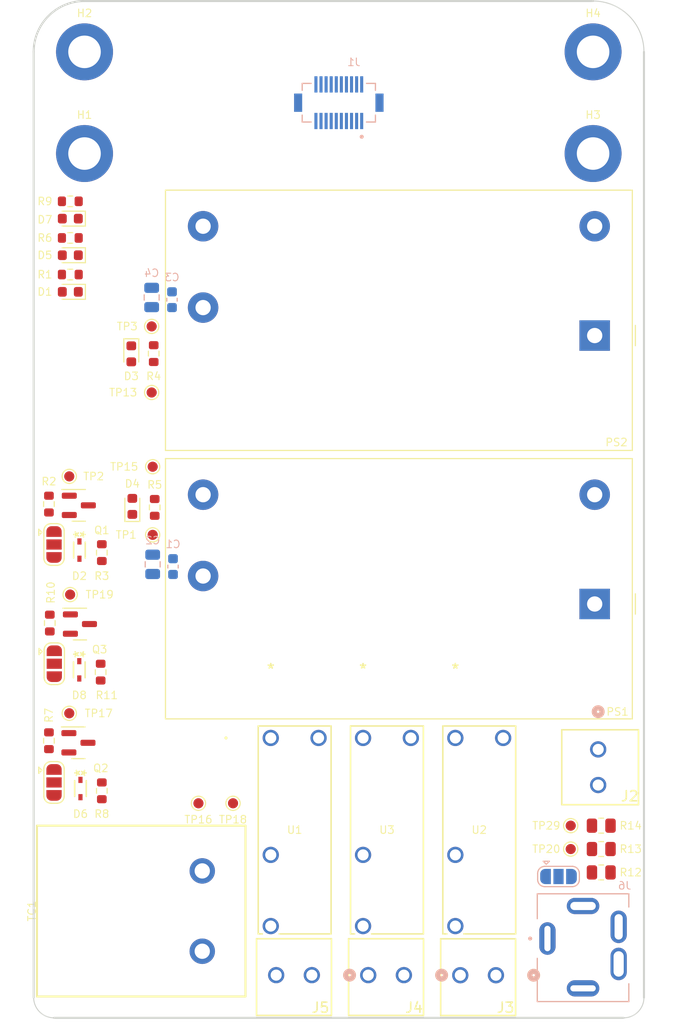
<source format=kicad_pcb>
(kicad_pcb (version 20211014) (generator pcbnew)
  (layers (0 "F.Cu" signal "TOP") (1 "In1.Cu" power "MidTop") (2 "In2.Cu" power "MidBottom") (31 "B.Cu" signal "BOTTOM") (34 "B.Paste" user) (35 "F.Paste" user) (36 "B.SilkS" user "B.Silkscreen") (37 "F.SilkS" user "F.Silkscreen") (38 "B.Mask" user) (39 "F.Mask" user) (44 "Edge.Cuts" user))
  (net 0 "")
  (net 1 "GND")
  (net 2 "+3.3VA")
  (net 3 "+5V")
  (net 4 "Net-(D3-Pad2)")
  (net 5 "Net-(D4-Pad2)")
  (net 6 "Net-(D6-Pad2)")
  (net 7 "Net-(D7-Pad2)")
  (net 8 "Net-(D1-Pad1)")
  (net 9 "Net-(D1-Pad2)")
  (net 10 "Net-(D2-Pad2)")
  (net 11 "Net-(D5-Pad1)")
  (net 12 "Net-(D5-Pad2)")
  (net 13 "Net-(D7-Pad1)")
  (net 14 "/AC_L")
  (net 15 "/AC_N")
  (net 16 "/Auger_+")
  (net 17 "/Fan_+")
  (net 18 "/Ignitor_+")
  (net 19 "Net-(JP1-Pad2)")
  (net 20 "Net-(JP2-Pad2)")
  (net 21 "Net-(D8-Pad2)")
  (net 22 "/Opto_Auger")
  (net 23 "/Opto_Ignitor")
  (net 24 "/Opto_Fan")
  (net 25 "/Probe1+")
  (net 26 "/Probe1-")
  (net 28 "Net-(JP3-Pad2)")
  (net 29 "/MeatProbeTip")
  (net 31 "/MeatProbe+")
  (net 32 "/MeatProbe-")
  (net 33 "/MeatProbeSleeve")
  (footprint "Customs Smoker:CONN_393570002_MOL" (layer "F.Cu") (at 95.4477 145.8095 180)
    (fp_text reference "J3" (at -0.9523 -3.1905 unlocked) (layer "F.SilkS"))
    (fp_text value "393570002")
    (fp_circle (center -3.7084 0) (end -3.3274 0) (layer "B.SilkS") (width 0.508) (fill none))
    (fp_line (start -1.9304 3.5814) (end 5.4356 3.5814) (layer "F.SilkS") (width 0.1524))
    (fp_line (start 5.4356 3.5814) (end 5.4356 -3.9624) (layer "F.SilkS") (width 0.1524))
    (fp_line (start 5.4356 -3.9624) (end -1.9304 -3.9624) (layer "F.SilkS") (width 0.1524))
    (fp_line (start -1.9304 -3.9624) (end -1.9304 3.5814) (layer "F.SilkS") (width 0.1524))
    (fp_circle (center -3.7084 0) (end -3.3274 0) (layer "F.SilkS") (width 0.508) (fill none))
    (pad "1" thru_hole circle (at 0 0 180) (size 1.6002 1.6002) (drill 1.0922) (layers *.Cu *.Mask) (net 18 "/Ignitor_+"))
    (pad "2" thru_hole circle (at 3.5052 0 180) (size 1.6002 1.6002) (drill 1.0922) (layers *.Cu *.Mask) (net 15 "/AC_N"))
  )
  (footprint "TestPoint:TestPoint_Pad_D1.0mm" (layer "F.Cu") (at 102.8 131.1)
    (fp_text reference "TP29" (at -2.4 0) (layer "F.SilkS") (effects (font (size 0.75 0.75) (thickness 0.1))))
    (fp_text value "TP")
    (fp_circle (center 0 0) (end 0 0.7) (layer "F.SilkS") (width 0.12) (fill none))
    (pad "1" smd circle (at 0 0) (size 1 1) (layers "F.Cu" "F.Mask") (net 1 "GND"))
  )
  (footprint "Converter_ACDC:Converter_ACDC_MeanWell_IRM-10-xx_THT" (layer "F.Cu") (at 105.1575 109.3 180)
    (fp_text reference "PS1" (at -2.2425 -10.6) (layer "F.SilkS") (effects (font (size 0.75 0.75) (thickness 0.1))))
    (fp_text value "IRM-10-3.3")
    (fp_line (start -3.7 -11.3) (end 42.2 -11.3) (layer "F.SilkS") (width 0.12))
    (fp_line (start -3.7 -11.3) (end -3.7 14.3) (layer "F.SilkS") (width 0.12))
    (fp_line (start 42.2 -11.3) (end 42.2 14.3) (layer "F.SilkS") (width 0.12))
    (fp_line (start -4 -1) (end -4 1) (layer "F.SilkS") (width 0.12))
    (fp_line (start -3.7 14.3) (end 42.2 14.3) (layer "F.SilkS") (width 0.12))
    (pad "1" thru_hole rect (at 0 0 180) (size 3 3) (drill 1.5) (layers *.Cu *.Mask) (net 15 "/AC_N"))
    (pad "2" thru_hole circle (at 0 10.75 180) (size 3 3) (drill 1.5) (layers *.Cu *.Mask) (net 14 "/AC_L"))
    (pad "3" thru_hole circle (at 38.5 10.75 180) (size 3 3) (drill 1.5) (layers *.Cu *.Mask) (net 1 "GND"))
    (pad "4" thru_hole circle (at 38.5 2.75 180) (size 3 3) (drill 1.5) (layers *.Cu *.Mask) (net 2 "+3.3VA"))
  )
  (footprint "Customs Smoker:RB521S30T1G-M" (layer "F.Cu") (at 54.485 115.7741 -90)
    (fp_text reference "D8" (at 2.5 0 unlocked) (layer "F.SilkS") (effects (font (size 0.75 0.75) (thickness 0.1))))
    (fp_text value "Schottky 30v 200mA")
    (fp_text user "*" (at -1.5367 0 90) (layer "F.SilkS"))
    (fp_text user "*" (at -1.5367 0 -90 unlocked) (layer "F.SilkS"))
    (fp_line (start -0.7747 0.5715) (end 0.7747 0.5715) (layer "F.SilkS") (width 0.1524))
    (fp_line (start 0.7747 -0.5715) (end -0.7747 -0.5715) (layer "F.SilkS") (width 0.1524))
    (pad "1" smd rect (at -0.8509 0 270) (size 0.6096 0.4064) (layers "F.Cu" "F.Paste" "F.Mask") (net 3 "+5V"))
    (pad "2" smd rect (at 0.8509 0 270) (size 0.6096 0.4064) (layers "F.Cu" "F.Paste" "F.Mask") (net 21 "Net-(D8-Pad2)"))
  )
  (footprint "LED_SMD:LED_0603_1608Metric" (layer "F.Cu") (at 53.6 75 180)
    (fp_text reference "D5" (at 2.5 0) (layer "F.SilkS") (effects (font (size 0.75 0.75) (thickness 0.1))))
    (fp_text value "B 3.2 20mA 0603")
    (fp_line (start -1.485 0.735) (end 0.8 0.735) (layer "F.SilkS") (width 0.12))
    (fp_line (start -1.485 -0.735) (end -1.485 0.735) (layer "F.SilkS") (width 0.12))
    (fp_line (start 0.8 -0.735) (end -1.485 -0.735) (layer "F.SilkS") (width 0.12))
    (pad "1" smd roundrect (at -0.7875 0 180) (size 0.875 0.95) (layers "F.Cu" "F.Paste" "F.Mask") (net 11 "Net-(D5-Pad1)"))
    (pad "2" smd roundrect (at 0.7875 0 180) (size 0.875 0.95) (layers "F.Cu" "F.Paste" "F.Mask") (net 12 "Net-(D5-Pad2)"))
  )
  (footprint "Resistor_SMD:R_0603_1608Metric" (layer "F.Cu") (at 53.6 69.7 180)
    (fp_text reference "R9" (at 2.5 0) (layer "F.SilkS") (effects (font (size 0.75 0.75) (thickness 0.1))))
    (fp_text value "91Ohm 1% 0603")
    (fp_line (start -0.237258 0.5225) (end 0.237258 0.5225) (layer "F.SilkS") (width 0.12))
    (fp_line (start -0.237258 -0.5225) (end 0.237258 -0.5225) (layer "F.SilkS") (width 0.12))
    (pad "1" smd roundrect (at -0.825 0 180) (size 0.8 0.95) (layers "F.Cu" "F.Paste" "F.Mask") (net 3 "+5V"))
    (pad "2" smd roundrect (at 0.825 0 180) (size 0.8 0.95) (layers "F.Cu" "F.Paste" "F.Mask") (net 7 "Net-(D7-Pad2)"))
  )
  (footprint "Customs Smoker:PAN_ALD_PAN" (layer "F.Cu") (at 91.45745 122.474951)
    (fp_text reference "U2" (at 2.35 9.0465 unlocked) (layer "F.SilkS") (effects (font (size 0.75 0.75) (thickness 0.1))))
    (fp_text value "ALDP105W")
    (fp_text user "*" (at 0 -6.766665) (layer "F.SilkS"))
    (fp_text user "*" (at 0 -6.766665 unlocked) (layer "F.SilkS"))
    (fp_line (start 5.9314 19.27) (end 5.9314 -1.177) (layer "F.SilkS") (width 0.1524))
    (fp_line (start -1.2314 19.27) (end -0.830918 19.27) (layer "F.SilkS") (width 0.1524))
    (fp_line (start -1.2314 -1.177) (end -1.2314 19.27) (layer "F.SilkS") (width 0.1524))
    (fp_line (start 0.830918 19.27) (end 5.9314 19.27) (layer "F.SilkS") (width 0.1524))
    (fp_line (start 5.9314 -1.177) (end -1.2314 -1.177) (layer "F.SilkS") (width 0.1524))
    (fp_circle (center -4.401699 0) (end -4.325499 0) (layer "F.SilkS") (width 0.1524) (fill none))
    (pad "1" thru_hole circle (at 0 0) (size 1.6002 1.6002) (drill 1.0922) (layers *.Cu *.Mask) (net 3 "+5V"))
    (pad "2" thru_hole circle (at 0 11.5) (size 1.6002 1.6002) (drill 1.0922) (layers *.Cu *.Mask) (net 14 "/AC_L"))
    (pad "3" thru_hole circle (at 0 18.499999) (size 1.6002 1.6002) (drill 1.0922) (layers *.Cu *.Mask) (net 18 "/Ignitor_+"))
    (pad "4" thru_hole circle (at 4.700001 0) (size 1.6002 1.6002) (drill 1.0922) (layers *.Cu *.Mask) (net 6 "Net-(D6-Pad2)"))
  )
  (footprint "LED_SMD:LED_0603_1608Metric" (layer "F.Cu") (at 53.6 78.6 180)
    (fp_text reference "D1" (at 2.5 0) (layer "F.SilkS") (effects (font (size 0.75 0.75) (thickness 0.1))))
    (fp_text value "B 3.2 20mA 0603")
    (fp_line (start 0.8 -0.735) (end -1.485 -0.735) (layer "F.SilkS") (width 0.12))
    (fp_line (start -1.485 -0.735) (end -1.485 0.735) (layer "F.SilkS") (width 0.12))
    (fp_line (start -1.485 0.735) (end 0.8 0.735) (layer "F.SilkS") (width 0.12))
    (pad "1" smd roundrect (at -0.7875 0 180) (size 0.875 0.95) (layers "F.Cu" "F.Paste" "F.Mask") (net 8 "Net-(D1-Pad1)"))
    (pad "2" smd roundrect (at 0.7875 0 180) (size 0.875 0.95) (layers "F.Cu" "F.Paste" "F.Mask") (net 9 "Net-(D1-Pad2)"))
  )
  (footprint "Package_TO_SOT_SMD:SOT-23" (layer "F.Cu") (at 54.5475 111.2741)
    (fp_text reference "Q3" (at 1.9375 2.5) (layer "F.SilkS") (effects (font (size 0.75 0.75) (thickness 0.1))))
    (fp_text value "2N7002")
    (fp_line (start 0 1.56) (end 0.65 1.56) (layer "F.SilkS") (width 0.12))
    (fp_line (start 0 -1.56) (end -1.675 -1.56) (layer "F.SilkS") (width 0.12))
    (fp_line (start 0 1.56) (end -0.65 1.56) (layer "F.SilkS") (width 0.12))
    (fp_line (start 0 -1.56) (end 0.65 -1.56) (layer "F.SilkS") (width 0.12))
    (pad "1" smd roundrect (at -0.9375 -0.95) (size 1.475 0.6) (layers "F.Cu" "F.Paste" "F.Mask") (net 24 "/Opto_Fan"))
    (pad "2" smd roundrect (at -0.9375 0.95) (size 1.475 0.6) (layers "F.Cu" "F.Paste" "F.Mask") (net 13 "Net-(D7-Pad1)"))
    (pad "3" smd roundrect (at 0.9375 0) (size 1.475 0.6) (layers "F.Cu" "F.Paste" "F.Mask") (net 1 "GND"))
  )
  (footprint "MountingHole:MountingHole_3.2mm_M3_DIN965_Pad" (layer "F.Cu") (at 55 65)
    (fp_text reference "H1" (at 0 -3.8) (layer "F.SilkS") (effects (font (size 0.75 0.75) (thickness 0.1))))
    (fp_text value "MountingHole")
    (pad "1" thru_hole circle locked (at 0 0) (size 5.6 5.6) (drill 3.2) (layers *.Cu *.Mask))
  )
  (footprint "TestPoint:TestPoint_Pad_D1.0mm" (layer "F.Cu") (at 53.585 108.3741)
    (fp_text reference "TP19" (at 2.9 0) (layer "F.SilkS") (effects (font (size 0.75 0.75) (thickness 0.1))))
    (fp_text value "TP")
    (fp_circle (center 0 0) (end 0 0.7) (layer "F.SilkS") (width 0.12) (fill none))
    (pad "1" smd circle (at 0 0) (size 1 1) (layers "F.Cu" "F.Mask") (net 24 "/Opto_Fan"))
  )
  (footprint "Resistor_SMD:R_0603_1608Metric" (layer "F.Cu") (at 56.7 127.6741 90)
    (fp_text reference "R8" (at -2.275 0 180) (layer "F.SilkS") (effects (font (size 0.75 0.75) (thickness 0.1))))
    (fp_text value "0 Ohm 0603")
    (fp_line (start -0.237258 -0.5225) (end 0.237258 -0.5225) (layer "F.SilkS") (width 0.12))
    (fp_line (start -0.237258 0.5225) (end 0.237258 0.5225) (layer "F.SilkS") (width 0.12))
    (pad "1" smd roundrect (at -0.825 0 90) (size 0.8 0.95) (layers "F.Cu" "F.Paste" "F.Mask") (net 6 "Net-(D6-Pad2)"))
    (pad "2" smd roundrect (at 0.825 0 90) (size 0.8 0.95) (layers "F.Cu" "F.Paste" "F.Mask") (net 11 "Net-(D5-Pad1)"))
  )
  (footprint "TestPoint:TestPoint_Pad_D1.0mm" (layer "F.Cu") (at 102.8 133.4)
    (fp_text reference "TP20" (at -2.4 0) (layer "F.SilkS") (effects (font (size 0.75 0.75) (thickness 0.1))))
    (fp_text value "TP")
    (fp_circle (center 0 0) (end 0 0.7) (layer "F.SilkS") (width 0.12) (fill none))
    (pad "1" smd circle (at 0 0) (size 1 1) (layers "F.Cu" "F.Mask") (net 2 "+3.3VA"))
  )
  (footprint "Customs Smoker:PAN_ALD_PAN" (layer "F.Cu") (at 73.30975 122.474951)
    (fp_text reference "U1" (at 2.35 9.0465 unlocked) (layer "F.SilkS") (effects (font (size 0.75 0.75) (thickness 0.1))))
    (fp_text value "ALDP105W")
    (fp_text user "*" (at 0 -6.766665) (layer "F.SilkS"))
    (fp_text user "*" (at 0 -6.766665 unlocked) (layer "F.SilkS"))
    (fp_line (start 5.9314 -1.177) (end -1.2314 -1.177) (layer "F.SilkS") (width 0.1524))
    (fp_line (start -1.2314 -1.177) (end -1.2314 19.27) (layer "F.SilkS") (width 0.1524))
    (fp_line (start -1.2314 19.27) (end -0.830918 19.27) (layer "F.SilkS") (width 0.1524))
    (fp_line (start 5.9314 19.27) (end 5.9314 -1.177) (layer "F.SilkS") (width 0.1524))
    (fp_line (start 0.830918 19.27) (end 5.9314 19.27) (layer "F.SilkS") (width 0.1524))
    (fp_circle (center -4.401699 0) (end -4.325499 0) (layer "F.SilkS") (width 0.1524) (fill none))
    (pad "1" thru_hole circle (at 0 0) (size 1.6002 1.6002) (drill 1.0922) (layers *.Cu *.Mask) (net 3 "+5V"))
    (pad "2" thru_hole circle (at 0 11.5) (size 1.6002 1.6002) (drill 1.0922) (layers *.Cu *.Mask) (net 14 "/AC_L"))
    (pad "3" thru_hole circle (at 0 18.499999) (size 1.6002 1.6002) (drill 1.0922) (layers *.Cu *.Mask) (net 16 "/Auger_+"))
    (pad "4" thru_hole circle (at 4.700001 0) (size 1.6002 1.6002) (drill 1.0922) (layers *.Cu *.Mask) (net 10 "Net-(D2-Pad2)"))
  )
  (footprint "Resistor_SMD:R_0603_1608Metric" (layer "F.Cu") (at 61.9 99.8 90)
    (fp_text reference "R5" (at 2.225 0) (layer "F.SilkS") (effects (font (size 0.75 0.75) (thickness 0.1))))
    (fp_text value "64.9Ohm 1% 0603")
    (fp_line (start -0.237258 0.5225) (end 0.237258 0.5225) (layer "F.SilkS") (width 0.12))
    (fp_line (start -0.237258 -0.5225) (end 0.237258 -0.5225) (layer "F.SilkS") (width 0.12))
    (pad "1" smd roundrect (at -0.825 0 90) (size 0.8 0.95) (layers "F.Cu" "F.Paste" "F.Mask") (net 2 "+3.3VA"))
    (pad "2" smd roundrect (at 0.825 0 90) (size 0.8 0.95) (layers "F.Cu" "F.Paste" "F.Mask") (net 5 "Net-(D4-Pad2)"))
  )
  (footprint "Jumper:SolderJumper-3_P1.3mm_Open_RoundedPad1.0x1.5mm" (layer "F.Cu") (at 52 103.4491 -90)
    (fp_text reference "JP1" hide)
    (fp_text value "SolderJumper_3_Open")
    (fp_line (start 2.05 -0.3) (end 2.05 0.3) (layer "F.SilkS") (width 0.12))
    (fp_line (start -1.5 1.5) (end -0.9 1.5) (layer "F.SilkS") (width 0.12))
    (fp_line (start -1.2 1.2) (end -0.9 1.5) (layer "F.SilkS") (width 0.12))
    (fp_line (start 1.4 1) (end -1.4 1) (layer "F.SilkS") (width 0.12))
    (fp_line (start -1.4 -1) (end 1.4 -1) (layer "F.SilkS") (width 0.12))
    (fp_line (start -1.2 1.2) (end -1.5 1.5) (layer "F.SilkS") (width 0.12))
    (fp_line (start -2.05 0.3) (end -2.05 -0.3) (layer "F.SilkS") (width 0.12))
    (fp_arc (start 1.35 -1) (mid 1.844975 -0.794975) (end 2.05 -0.3) (layer "F.SilkS") (width 0.12))
    (fp_arc (start -1.35 1) (mid -1.844975 0.794975) (end -2.05 0.3) (layer "F.SilkS") (width 0.12))
    (fp_arc (start 2.05 0.3) (mid 1.844975 0.794975) (end 1.35 1) (layer "F.SilkS") (width 0.12))
    (fp_arc (start -2.05 -0.3) (mid -1.844975 -0.794975) (end -1.35 -1) (layer "F.SilkS") (width 0.12))
    (pad "1" smd custom (at -1.3 0 270) (size 1 0.5) (layers "F.Cu" "F.Mask") (net 1 "GND") (options (clearance outline) (anchor rect)) (primitives (gr_circle (center 0 0.25) (end 0.5 0.25) (width 0) (fill yes)) (gr_circle (center 0 -0.25) (end 0.5 -0.25) (width 0) (fill yes)) (gr_poly (pts (xy 0.55 0.75) (xy 0 0.75) (xy 0 -0.75) (xy 0.55 -0.75)) (width 0) (fill yes))))
    (pad "2" smd rect (at 0 0 270) (size 1 1.5) (layers "F.Cu" "F.Mask") (net 19 "Net-(JP1-Pad2)"))
    (pad "3" smd custom (at 1.3 0 270) (size 1 0.5) (layers "F.Cu" "F.Mask") (net 2 "+3.3VA") (options (clearance outline) (anchor rect)) (primitives (gr_circle (center 0 0.25) (end 0.5 0.25) (width 0) (fill yes)) (gr_circle (center 0 -0.25) (end 0.5 -0.25) (width 0) (fill yes)) (gr_poly (pts (xy 0 0.75) (xy -0.55 0.75) (xy -0.55 -0.75) (xy 0 -0.75)) (width 0) (fill yes))))
  )
  (footprint "LED_SMD:LED_0603_1608Metric" (layer "F.Cu") (at 59.6 84.7 -90)
    (fp_text reference "D3" (at 2.2 0 180) (layer "F.SilkS") (effects (font (size 0.75 0.75) (thickness 0.1))))
    (fp_text value "R 2.0V 20mA")
    (fp_line (start 0.8 -0.735) (end -1.485 -0.735) (layer "F.SilkS") (width 0.12))
    (fp_line (start -1.485 0.735) (end 0.8 0.735) (layer "F.SilkS") (width 0.12))
    (fp_line (start -1.485 -0.735) (end -1.485 0.735) (layer "F.SilkS") (width 0.12))
    (pad "1" smd roundrect (at -0.7875 0 270) (size 0.875 0.95) (layers "F.Cu" "F.Paste" "F.Mask") (net 1 "GND"))
    (pad "2" smd roundrect (at 0.7875 0 270) (size 0.875 0.95) (layers "F.Cu" "F.Paste" "F.Mask") (net 4 "Net-(D3-Pad2)"))
  )
  (footprint "TestPoint:TestPoint_Pad_D1.0mm" (layer "F.Cu") (at 61.7 95.8)
    (fp_text reference "TP15" (at -2.8 0) (layer "F.SilkS") (effects (font (size 0.75 0.75) (thickness 0.1))))
    (fp_text value "TP")
    (fp_circle (center 0 0) (end 0 0.7) (layer "F.SilkS") (width 0.12) (fill none))
    (pad "1" smd circle (at 0 0) (size 1 1) (layers "F.Cu" "F.Mask") (net 5 "Net-(D4-Pad2)"))
  )
  (footprint "MountingHole:MountingHole_3.2mm_M3_DIN965_Pad" (layer "F.Cu") (at 55 55)
    (fp_text reference "H2" (at 0 -3.8) (layer "F.SilkS") (effects (font (size 0.75 0.75) (thickness 0.1))))
    (fp_text value "MountingHole")
    (pad "1" thru_hole circle locked (at 0 0) (size 5.6 5.6) (drill 3.2) (layers *.Cu *.Mask))
  )
  (footprint "LED_SMD:LED_0603_1608Metric" (layer "F.Cu") (at 59.7 99.7 90)
    (fp_text reference "D4" (at 2.225 0) (layer "F.SilkS") (effects (font (size 0.75 0.75) (thickness 0.1))))
    (fp_text value "R 2.0V 20mA")
    (fp_line (start -1.485 0.735) (end 0.8 0.735) (layer "F.SilkS") (width 0.12))
    (fp_line (start -1.485 -0.735) (end -1.485 0.735) (layer "F.SilkS") (width 0.12))
    (fp_line (start 0.8 -0.735) (end -1.485 -0.735) (layer "F.SilkS") (width 0.12))
    (pad "1" smd roundrect (at -0.7875 0 90) (size 0.875 0.95) (layers "F.Cu" "F.Paste" "F.Mask") (net 1 "GND"))
    (pad "2" smd roundrect (at 0.7875 0 90) (size 0.875 0.95) (layers "F.Cu" "F.Paste" "F.Mask") (net 5 "Net-(D4-Pad2)"))
  )
  (footprint "TestPoint:TestPoint_Pad_D1.0mm" (layer "F.Cu") (at 69.6 128.9 90)
    (fp_text reference "TP18" (at -1.6 0) (layer "F.SilkS") (effects (font (size 0.75 0.75) (thickness 0.1))))
    (fp_text value "TP")
    (fp_circle (center 0 0) (end 0 0.7) (layer "F.SilkS") (width 0.12) (fill none))
    (pad "1" smd circle (at 0 0 90) (size 1 1) (layers "F.Cu" "F.Mask") (net 14 "/AC_L"))
  )
  (footprint "Customs Smoker:CONN_393570002_MOL" (layer "F.Cu") (at 86.3977 145.8 180)
    (fp_text reference "J4" (at -1.0023 -3.2 unlocked) (layer "F.SilkS"))
    (fp_text value "393570002")
    (fp_circle (center -3.7084 0) (end -3.3274 0) (layer "B.SilkS") (width 0.508) (fill none))
    (fp_line (start -1.9304 3.5814) (end 5.4356 3.5814) (layer "F.SilkS") (width 0.1524))
    (fp_line (start 5.4356 3.5814) (end 5.4356 -3.9624) (layer "F.SilkS") (width 0.1524))
    (fp_line (start 5.4356 -3.9624) (end -1.9304 -3.9624) (layer "F.SilkS") (width 0.1524))
    (fp_line (start -1.9304 -3.9624) (end -1.9304 3.5814) (layer "F.SilkS") (width 0.1524))
    (fp_circle (center -3.7084 0) (end -3.3274 0) (layer "F.SilkS") (width 0.508) (fill none))
    (pad "1" thru_hole circle (at 0 0 180) (size 1.6002 1.6002) (drill 1.0922) (layers *.Cu *.Mask) (net 17 "/Fan_+"))
    (pad "2" thru_hole circle (at 3.5052 0 180) (size 1.6002 1.6002) (drill 1.0922) (layers *.Cu *.Mask) (net 15 "/AC_N"))
  )
  (footprint "LED_SMD:LED_0603_1608Metric" (layer "F.Cu") (at 53.6 71.4 180)
    (fp_text reference "D7" (at 2.5 -0.1) (layer "F.SilkS") (effects (font (size 0.75 0.75) (thickness 0.1))))
    (fp_text value "B 3.2 20mA 0603")
    (fp_line (start -1.485 -0.735) (end -1.485 0.735) (layer "F.SilkS") (width 0.12))
    (fp_line (start 0.8 -0.735) (end -1.485 -0.735) (layer "F.SilkS") (width 0.12))
    (fp_line (start -1.485 0.735) (end 0.8 0.735) (layer "F.SilkS") (width 0.12))
    (pad "1" smd roundrect (at -0.7875 0 180) (size 0.875 0.95) (layers "F.Cu" "F.Paste" "F.Mask") (net 13 "Net-(D7-Pad1)"))
    (pad "2" smd roundrect (at 0.7875 0 180) (size 0.875 0.95) (layers "F.Cu" "F.Paste" "F.Mask") (net 7 "Net-(D7-Pad2)"))
  )
  (footprint "MountingHole:MountingHole_3.2mm_M3_DIN965_Pad" (layer "F.Cu") (at 105 55)
    (fp_text reference "H4" (at 0 -3.8) (layer "F.SilkS") (effects (font (size 0.75 0.75) (thickness 0.1))))
    (fp_text value "MountingHole")
    (pad "1" thru_hole circle locked (at 0 0) (size 5.6 5.6) (drill 3.2) (layers *.Cu *.Mask))
  )
  (footprint "Customs Smoker:PAN_ALD_PAN" (layer "F.Cu") (at 82.3836 122.474951)
    (fp_text reference "U3" (at 2.35 9.0465 unlocked) (layer "F.SilkS") (effects (font (size 0.75 0.75) (thickness 0.1))))
    (fp_text value "ALDP105W")
    (fp_text user "*" (at 0 -6.766665 unlocked) (layer "F.SilkS"))
    (fp_text user "*" (at 0 -6.766665) (layer "F.SilkS"))
    (fp_line (start -1.2314 -1.177) (end -1.2314 19.27) (layer "F.SilkS") (width 0.1524))
    (fp_line (start 5.9314 19.27) (end 5.9314 -1.177) (layer "F.SilkS") (width 0.1524))
    (fp_line (start 5.9314 -1.177) (end -1.2314 -1.177) (layer "F.SilkS") (width 0.1524))
    (fp_line (start 0.830918 19.27) (end 5.9314 19.27) (layer "F.SilkS") (width 0.1524))
    (fp_line (start -1.2314 19.27) (end -0.830918 19.27) (layer "F.SilkS") (width 0.1524))
    (fp_circle (center -4.401699 0) (end -4.325499 0) (layer "F.SilkS") (width 0.1524) (fill none))
    (pad "1" thru_hole circle (at 0 0) (size 1.6002 1.6002) (drill 1.0922) (layers *.Cu *.Mask) (net 3 "+5V"))
    (pad "2" thru_hole circle (at 0 11.5) (size 1.6002 1.6002) (drill 1.0922) (layers *.Cu *.Mask) (net 14 "/AC_L"))
    (pad "3" thru_hole circle (at 0 18.499999) (size 1.6002 1.6002) (drill 1.0922) (layers *.Cu *.Mask) (net 17 "/Fan_+"))
    (pad "4" thru_hole circle (at 4.700001 0) (size 1.6002 1.6002) (drill 1.0922) (layers *.Cu *.Mask) (net 21 "Net-(D8-Pad2)"))
  )
  (footprint "Resistor_SMD:R_0603_1608Metric" (layer "F.Cu") (at 56.585 115.9991 90)
    (fp_text reference "R11" (at -2.275 0.6 180) (layer "F.SilkS") (effects (font (size 0.75 0.75) (thickness 0.1))))
    (fp_text value "0 Ohm 0603")
    (fp_line (start -0.237258 -0.5225) (end 0.237258 -0.5225) (layer "F.SilkS") (width 0.12))
    (fp_line (start -0.237258 0.5225) (end 0.237258 0.5225) (layer "F.SilkS") (width 0.12))
    (pad "1" smd roundrect (at -0.825 0 90) (size 0.8 0.95) (layers "F.Cu" "F.Paste" "F.Mask") (net 21 "Net-(D8-Pad2)"))
    (pad "2" smd roundrect (at 0.825 0 90) (size 0.8 0.95) (layers "F.Cu" "F.Paste" "F.Mask") (net 13 "Net-(D7-Pad1)"))
  )
  (footprint "TestPoint:TestPoint_Pad_D1.0mm" (layer "F.Cu") (at 61.6 82)
    (fp_text reference "TP3" (at -2.4 0) (layer "F.SilkS") (effects (font (size 0.75 0.75) (thickness 0.1))))
    (fp_text value "TP")
    (fp_circle (center 0 0) (end 0 0.7) (layer "F.SilkS") (width 0.12) (fill none))
    (pad "1" smd circle (at 0 0) (size 1 1) (layers "F.Cu" "F.Mask") (net 3 "+5V"))
  )
  (footprint "TestPoint:TestPoint_Pad_D1.0mm" (layer "F.Cu") (at 61.7 102.5)
    (fp_text reference "TP1" (at -2.6 0) (layer "F.SilkS") (effects (font (size 0.75 0.75) (thickness 0.1))))
    (fp_text value "TP")
    (fp_circle (center 0 0) (end 0 0.7) (layer "F.SilkS") (width 0.12) (fill none))
    (pad "1" smd circle (at 0 0) (size 1 1) (layers "F.Cu" "F.Mask") (net 2 "+3.3VA"))
  )
  (footprint "Converter_ACDC:Converter_ACDC_MeanWell_IRM-05-xx_THT" (layer "F.Cu") (at 105.1575 82.9 180)
    (fp_text reference "PS2" (at -2.1425 -10.5) (layer "F.SilkS") (effects (font (size 0.75 0.75) (thickness 0.1))))
    (fp_text value "IRM-05-5")
    (fp_line (start -3.7 14.3) (end 42.2 14.3) (layer "F.SilkS") (width 0.12))
    (fp_line (start 42.2 -11.3) (end 42.2 14.3) (layer "F.SilkS") (width 0.12))
    (fp_line (start -3.7 -11.3) (end 42.2 -11.3) (layer "F.SilkS") (width 0.12))
    (fp_line (start -4 -1) (end -4 1) (layer "F.SilkS") (width 0.12))
    (fp_line (start -3.7 -11.3) (end -3.7 14.3) (layer "F.SilkS") (width 0.12))
    (pad "1" thru_hole rect (at 0 0 180) (size 3 3) (drill 1.5) (layers *.Cu *.Mask) (net 15 "/AC_N"))
    (pad "2" thru_hole circle (at 0 10.75 180) (size 3 3) (drill 1.5) (layers *.Cu *.Mask) (net 14 "/AC_L"))
    (pad "3" thru_hole circle (at 38.5 10.75 180) (size 3 3) (drill 1.5) (layers *.Cu *.Mask) (net 1 "GND"))
    (pad "4" thru_hole circle (at 38.5 2.75 180) (size 3 3) (drill 1.5) (layers *.Cu *.Mask) (net 3 "+5V"))
  )
  (footprint "TestPoint:TestPoint_Pad_D1.0mm" (layer "F.Cu") (at 66.2 128.9 90)
    (fp_text reference "TP16" (at -1.6 0 180) (layer "F.SilkS") (effects (font (size 0.75 0.75) (thickness 0.1))))
    (fp_text value "TP")
    (fp_circle (center 0 0) (end 0 0.7) (layer "F.SilkS") (width 0.12) (fill none))
    (pad "1" smd circle (at 0 0 90) (size 1 1) (layers "F.Cu" "F.Mask") (net 15 "/AC_N"))
  )
  (footprint "Resistor_SMD:R_0603_1608Metric" (layer "F.Cu") (at 51.585 111.1741 90)
    (fp_text reference "R10" (at 3 0.1 270) (layer "F.SilkS") (effects (font (size 0.75 0.75) (thickness 0.1))))
    (fp_text value "10K 1% 0603")
    (fp_line (start -0.237258 -0.5225) (end 0.237258 -0.5225) (layer "F.SilkS") (width 0.12))
    (fp_line (start -0.237258 0.5225) (end 0.237258 0.5225) (layer "F.SilkS") (width 0.12))
    (pad "1" smd roundrect (at -0.825 0 90) (size 0.8 0.95) (layers "F.Cu" "F.Paste" "F.Mask") (net 28 "Net-(JP3-Pad2)"))
    (pad "2" smd roundrect (at 0.825 0 90) (size 0.8 0.95) (layers "F.Cu" "F.Paste" "F.Mask") (net 24 "/Opto_Fan"))
  )
  (footprint "TestPoint:TestPoint_Pad_D1.0mm" (layer "F.Cu") (at 61.6 88.5)
    (fp_text reference "TP13" (at -2.8 0) (layer "F.SilkS") (effects (font (size 0.75 0.75) (thickness 0.1))))
    (fp_text value "TP")
    (fp_circle (center 0 0) (end 0 0.7) (layer "F.SilkS") (width 0.12) (fill none))
    (pad "1" smd circle (at 0 0) (size 1 1) (layers "F.Cu" "F.Mask") (net 4 "Net-(D3-Pad2)"))
  )
  (footprint "Resistor_SMD:R_0805_2012Metric" (layer "F.Cu") (at 105.8 135.7)
    (fp_text reference "R12" (at 2.9 0) (layer "F.SilkS") (effects (font (size 0.75 0.75) (thickness 0.1))))
    (fp_text value "1kOhm 0.1% 0805")
    (fp_line (start -0.227064 -0.735) (end 0.227064 -0.735) (layer "F.SilkS") (width 0.12))
    (fp_line (start -0.227064 0.735) (end 0.227064 0.735) (layer "F.SilkS") (width 0.12))
    (pad "1" smd roundrect (at -0.9125 0) (size 1.025 1.4) (layers "F.Cu" "F.Paste" "F.Mask") (roundrect_rratio 0.243902) (net 2 "+3.3VA"))
    (pad "2" smd roundrect (at 0.9125 0) (size 1.025 1.4) (layers "F.Cu" "F.Paste" "F.Mask") (roundrect_rratio 0.243902) (net 31 "/MeatProbe+"))
  )
  (footprint "TestPoint:TestPoint_Pad_D1.0mm" (layer "F.Cu") (at 53.5 96.7491 90)
    (fp_text reference "TP2" (at 0 2.4 180) (layer "F.SilkS") (effects (font (size 0.75 0.75) (thickness 0.1))))
    (fp_text value "TP")
    (fp_circle (center 0 0) (end 0 0.7) (layer "F.SilkS") (width 0.12) (fill none))
    (pad "1" smd circle (at 0 0 90) (size 1 1) (layers "F.Cu" "F.Mask") (net 22 "/Opto_Auger"))
  )
  (footprint "Resistor_SMD:R_0603_1608Metric" (layer "F.Cu") (at 53.6 76.9 180)
    (fp_text reference "R1" (at 2.5 0) (layer "F.SilkS") (effects (font (size 0.75 0.75) (thickness 0.1))))
    (fp_text value "91Ohm 1% 0603")
    (fp_line (start -0.237258 0.5225) (end 0.237258 0.5225) (layer "F.SilkS") (width 0.12))
    (fp_line (start -0.237258 -0.5225) (end 0.237258 -0.5225) (layer "F.SilkS") (width 0.12))
    (pad "1" smd roundrect (at -0.825 0 180) (size 0.8 0.95) (layers "F.Cu" "F.Paste" "F.Mask") (net 3 "+5V"))
    (pad "2" smd roundrect (at 0.825 0 180) (size 0.8 0.95) (layers "F.Cu" "F.Paste" "F.Mask") (net 9 "Net-(D1-Pad2)"))
  )
  (footprint "Customs Smoker:CONN_393570002_MOL" (layer "F.Cu") (at 105.5 123.6 -90)
    (fp_text reference "J2" (at 4.6 -3.1 unlocked) (layer "F.SilkS"))
    (fp_text value "393570002")
    (fp_circle (center -3.7084 0) (end -3.3274 0) (layer "B.SilkS") (width 0.508) (fill none))
    (fp_line (start 5.4356 -3.9624) (end -1.9304 -3.9624) (layer "F.SilkS") (width 0.1524))
    (fp_line (start -1.9304 -3.9624) (end -1.9304 3.5814) (layer "F.SilkS") (width 0.1524))
    (fp_line (start -1.9304 3.5814) (end 5.4356 3.5814) (layer "F.SilkS") (width 0.1524))
    (fp_line (start 5.4356 3.5814) (end 5.4356 -3.9624) (layer "F.SilkS") (width 0.1524))
    (fp_circle (center -3.7084 0) (end -3.3274 0) (layer "F.SilkS") (width 0.508) (fill none))
    (pad "1" thru_hole circle (at 0 0 270) (size 1.6002 1.6002) (drill 1.0922) (layers *.Cu *.Mask) (net 14 "/AC_L"))
    (pad "2" thru_hole circle (at 3.5052 0 270) (size 1.6002 1.6002) (drill 1.0922) (layers *.Cu *.Mask) (net 15 "/AC_N"))
  )
  (footprint "Resistor_SMD:R_0805_2012Metric" (layer "F.Cu") (at 105.8 131.1 180)
    (fp_text reference "R14" (at -2.9 0) (layer "F.SilkS") (effects (font (size 0.75 0.75) (thickness 0.1))))
    (fp_text value "1kOhm 0.1% 0805")
    (fp_line (start -0.227064 -0.735) (end 0.227064 -0.735) (layer "F.SilkS") (width 0.12))
    (fp_line (start -0.227064 0.735) (end 0.227064 0.735) (layer "F.SilkS") (width 0.12))
    (pad "1" smd roundrect (at -0.9125 0 180) (size 1.025 1.4) (layers "F.Cu" "F.Paste" "F.Mask") (roundrect_rratio 0.243902) (net 31 "/MeatProbe+"))
    (pad "2" smd roundrect (at 0.9125 0 180) (size 1.025 1.4) (layers "F.Cu" "F.Paste" "F.Mask") (roundrect_rratio 0.243902) (net 1 "GND"))
  )
  (footprint "Resistor_SMD:R_0603_1608Metric" (layer "F.Cu") (at 56.7 104.2491 90)
    (fp_text reference "R3" (at -2.3 0 180) (layer "F.SilkS") (effects (font (size 0.75 0.75) (thickness 0.1))))
    (fp_text value "0 Ohm 0603")
    (fp_line (start -0.237258 -0.5225) (end 0.237258 -0.5225) (layer "F.SilkS") (width 0.12))
    (fp_line (start -0.237258 0.5225) (end 0.237258 0.5225) (layer "F.SilkS") (width 0.12))
    (pad "1" smd roundrect (at -0.825 0 90) (size 0.8 0.95) (layers "F.Cu" "F.Paste" "F.Mask") (net 10 "Net-(D2-Pad2)"))
    (pad "2" smd roundrect (at 0.825 0 90) (size 0.8 0.95) (layers "F.Cu" "F.Paste" "F.Mask") (net 8 "Net-(D1-Pad1)"))
  )
  (footprint "Resistor_SMD:R_0603_1608Metric" (layer "F.Cu") (at 51.5 122.7491 90)
    (fp_text reference "R7" (at 2.5 0 90) (layer "F.SilkS") (effects (font (size 0.75 0.75) (thickness 0.1))))
    (fp_text value "10K 1% 0603")
    (fp_line (start -0.237258 -0.5225) (end 0.237258 -0.5225) (layer "F.SilkS") (width 0.12))
    (fp_line (start -0.237258 0.5225) (end 0.237258 0.5225) (layer "F.SilkS") (width 0.12))
    (pad "1" smd roundrect (at -0.825 0 90) (size 0.8 0.95) (layers "F.Cu" "F.Paste" "F.Mask") (net 20 "Net-(JP2-Pad2)"))
    (pad "2" smd roundrect (at 0.825 0 90) (size 0.8 0.95) (layers "F.Cu" "F.Paste" "F.Mask") (net 23 "/Opto_Ignitor"))
  )
  (footprint "Customs Smoker:RB521S30T1G-M" (layer "F.Cu") (at 54.5 104 -90)
    (fp_text reference "D2" (at 2.5491 0 unlocked) (layer "F.SilkS") (effects (font (size 0.75 0.75) (thickness 0.1))))
    (fp_text value "Schottky 30v 200mA")
    (fp_text user "*" (at -1.5367 0 90) (layer "F.SilkS"))
    (fp_text user "*" (at -1.5367 0 -90 unlocked) (layer "F.SilkS"))
    (fp_line (start 0.7747 -0.5715) (end -0.7747 -0.5715) (layer "F.SilkS") (width 0.1524))
    (fp_line (start -0.7747 0.5715) (end 0.7747 0.5715) (layer "F.SilkS") (width 0.1524))
    (pad "1" smd rect (at -0.8509 0 270) (size 0.6096 0.4064) (layers "F.Cu" "F.Paste" "F.Mask") (net 3 "+5V"))
    (pad "2" smd rect (at 0.8509 0 270) (size 0.6096 0.4064) (layers "F.Cu" "F.Paste" "F.Mask") (net 10 "Net-(D2-Pad2)"))
  )
  (footprint "Jumper:SolderJumper-3_P1.3mm_Open_RoundedPad1.0x1.5mm" (layer "F.Cu") (at 52 126.8491 -90)
    (fp_text reference "JP2" hide)
    (fp_text value "SolderJumper_3_Open")
    (fp_line (start -1.4 -1) (end 1.4 -1) (layer "F.SilkS") (width 0.12))
    (fp_line (start -1.5 1.5) (end -0.9 1.5) (layer "F.SilkS") (width 0.12))
    (fp_line (start 2.05 -0.3) (end 2.05 0.3) (layer "F.SilkS") (width 0.12))
    (fp_line (start -1.2 1.2) (end -1.5 1.5) (layer "F.SilkS") (width 0.12))
    (fp_line (start -2.05 0.3) (end -2.05 -0.3) (layer "F.SilkS") (width 0.12))
    (fp_line (start 1.4 1) (end -1.4 1) (layer "F.SilkS") (width 0.12))
    (fp_line (start -1.2 1.2) (end -0.9 1.5) (layer "F.SilkS") (width 0.12))
    (fp_arc (start 1.35 -1) (mid 1.844975 -0.794975) (end 2.05 -0.3) (layer "F.SilkS") (width 0.12))
    (fp_arc (start 2.05 0.3) (mid 1.844975 0.794975) (end 1.35 1) (layer "F.SilkS") (width 0.12))
    (fp_arc (start -2.05 -0.3) (mid -1.844975 -0.794975) (end -1.35 -1) (layer "F.SilkS") (width 0.12))
    (fp_arc (start -1.35 1) (mid -1.844975 0.794975) (end -2.05 0.3) (layer "F.SilkS") (width 0.12))
    (pad "1" smd custom (at -1.3 0 270) (size 1 0.5) (layers "F.Cu" "F.Mask") (net 1 "GND") (options (clearance outline) (anchor rect)) (primitives (gr_circle (center 0 0.25) (end 0.5 0.25) (width 0) (fill yes)) (gr_circle (center 0 -0.25) (end 0.5 -0.25) (width 0) (fill yes)) (gr_poly (pts (xy 0.55 0.75) (xy 0 0.75) (xy 0 -0.75) (xy 0.55 -0.75)) (width 0) (fill yes))))
    (pad "2" smd rect (at 0 0 270) (size 1 1.5) (layers "F.Cu" "F.Mask") (net 20 "Net-(JP2-Pad2)"))
    (pad "3" smd custom (at 1.3 0 270) (size 1 0.5) (layers "F.Cu" "F.Mask") (net 2 "+3.3VA") (options (clearance outline) (anchor rect)) (primitives (gr_circle (center 0 0.25) (end 0.5 0.25) (width 0) (fill yes)) (gr_circle (center 0 -0.25) (end 0.5 -0.25) (width 0) (fill yes)) (gr_poly (pts (xy 0 0.75) (xy -0.55 0.75) (xy -0.55 -0.75) (xy 0 -0.75)) (width 0) (fill yes))))
  )
  (footprint "Jumper:SolderJumper-3_P1.3mm_Open_RoundedPad1.0x1.5mm" (layer "F.Cu") (at 52.0275 115.1741 -90)
    (fp_text reference "JP3" hide)
    (fp_text value "SolderJumper_3_Open")
    (fp_line (start 1.4 1) (end -1.4 1) (layer "F.SilkS") (width 0.12))
    (fp_line (start -1.2 1.2) (end -1.5 1.5) (layer "F.SilkS") (width 0.12))
    (fp_line (start -1.4 -1) (end 1.4 -1) (layer "F.SilkS") (width 0.12))
    (fp_line (start -2.05 0.3) (end -2.05 -0.3) (layer "F.SilkS") (width 0.12))
    (fp_line (start -1.2 1.2) (end -0.9 1.5) (layer "F.SilkS") (width 0.12))
    (fp_line (start 2.05 -0.3) (end 2.05 0.3) (layer "F.SilkS") (width 0.12))
    (fp_line (start -1.5 1.5) (end -0.9 1.5) (layer "F.SilkS") (width 0.12))
    (fp_arc (start 1.35 -1) (mid 1.844975 -0.794975) (end 2.05 -0.3) (layer "F.SilkS") (width 0.12))
    (fp_arc (start -1.35 1) (mid -1.844975 0.794975) (end -2.05 0.3) (layer "F.SilkS") (width 0.12))
    (fp_arc (start -2.05 -0.3) (mid -1.844975 -0.794975) (end -1.35 -1) (layer "F.SilkS") (width 0.12))
    (fp_arc (start 2.05 0.3) (mid 1.844975 0.794975) (end 1.35 1) (layer "F.SilkS") (width 0.12))
    (pad "1" smd custom (at -1.3 0 270) (size 1 0.5) (layers "F.Cu" "F.Mask") (net 1 "GND") (options (clearance outline) (anchor rect)) (primitives (gr_circle (center 0 0.25) (end 0.5 0.25) (width 0) (fill yes)) (gr_circle (center 0 -0.25) (end 0.5 -0.25) (width 0) (fill yes)) (gr_poly (pts (xy 0.55 0.75) (xy 0 0.75) (xy 0 -0.75) (xy 0.55 -0.75)) (width 0) (fill yes))))
    (pad "2" smd rect (at 0 0 270) (size 1 1.5) (layers "F.Cu" "F.Mask") (net 28 "Net-(JP3-Pad2)"))
    (pad "3" smd custom (at 1.3 0 270) (size 1 0.5) (layers "F.Cu" "F.Mask") (net 2 "+3.3VA") (options (clearance outline) (anchor rect)) (primitives (gr_circle (center 0 0.25) (end 0.5 0.25) (width 0) (fill yes)) (gr_circle (center 0 -0.25) (end 0.5 -0.25) (width 0) (fill yes)) (gr_poly (pts (xy 0 0.75) (xy -0.55 0.75) (xy -0.55 -0.75) (xy 0 -0.75)) (width 0) (fill yes))))
  )
  (footprint "Package_TO_SOT_SMD:SOT-23" (layer "F.Cu") (at 54.4375 99.5991)
    (fp_text reference "Q1" (at 2.2625 2.45) (layer "F.SilkS") (effects (font (size 0.75 0.75) (thickness 0.1))))
    (fp_text value "2N7002")
    (fp_line (start 0 1.56) (end -0.65 1.56) (layer "F.SilkS") (width 0.12))
    (fp_line (start 0 1.56) (end 0.65 1.56) (layer "F.SilkS") (width 0.12))
    (fp_line (start 0 -1.56) (end -1.675 -1.56) (layer "F.SilkS") (width 0.12))
    (fp_line (start 0 -1.56) (end 0.65 -1.56) (layer "F.SilkS") (width 0.12))
    (pad "1" smd roundrect (at -0.9375 -0.95) (size 1.475 0.6) (layers "F.Cu" "F.Paste" "F.Mask") (net 22 "/Opto_Auger"))
    (pad "2" smd roundrect (at -0.9375 0.95) (size 1.475 0.6) (layers "F.Cu" "F.Paste" "F.Mask") (net 8 "Net-(D1-Pad1)"))
    (pad "3" smd roundrect (at 0.9375 0) (size 1.475 0.6) (layers "F.Cu" "F.Paste" "F.Mask") (net 1 "GND"))
  )
  (footprint "Package_TO_SOT_SMD:SOT-23" (layer "F.Cu") (at 54.4 122.9491)
    (fp_text reference "Q2" (at 2.2 2.5) (layer "F.SilkS") (effects (font (size 0.75 0.75) (thickness 0.1))))
    (fp_text value "2N7002")
    (fp_line (start 0 -1.56) (end -1.675 -1.56) (layer "F.SilkS") (width 0.12))
    (fp_line (start 0 -1.56) (end 0.65 -1.56) (layer "F.SilkS") (width 0.12))
    (fp_line (start 0 1.56) (end 0.65 1.56) (layer "F.SilkS") (width 0.12))
    (fp_line (start 0 1.56) (end -0.65 1.56) (layer "F.SilkS") (width 0.12))
    (pad "1" smd roundrect (at -0.9375 -0.95) (size 1.475 0.6) (layers "F.Cu" "F.Paste" "F.Mask") (net 23 "/Opto_Ignitor"))
    (pad "2" smd roundrect (at -0.9375 0.95) (size 1.475 0.6) (layers "F.Cu" "F.Paste" "F.Mask") (net 11 "Net-(D5-Pad1)"))
    (pad "3" smd roundrect (at 0.9375 0) (size 1.475 0.6) (layers "F.Cu" "F.Paste" "F.Mask") (net 1 "GND"))
  )
  (footprint "Customs Smoker:K-TypeAdapter" (layer "F.Cu") (at 50.325 139.5 90)
    (fp_text reference "TC1" (at 0 -0.5 90 unlocked) (layer "F.SilkS") (effects (font (size 0.75 0.75) (thickness 0.1))))
    (fp_text value "Thermocouple_Block")
    (fp_line (start 8.4 20.5) (end 8.4 0) (layer "F.SilkS") (width 0.2))
    (fp_line (start -8.4 0) (end -8.4 20.5) (layer "F.SilkS") (width 0.2))
    (fp_line (start 8.4 0) (end -8.4 0) (layer "F.SilkS") (width 0.2))
    (fp_line (start -8.4 20.5) (end 8.4 20.5) (layer "F.SilkS") (width 0.2))
    (pad "1" thru_hole circle (at 3.95 16.25 90) (size 2.5 2.5) (drill 1.5) (layers *.Cu *.Mask) (net 25 "/Probe1+"))
    (pad "2" thru_hole circle (at -3.95 16.25 90) (size 2.5 2.5) (drill 1.5) (layers *.Cu *.Mask) (net 26 "/Probe1-"))
  )
  (footprint "TestPoint:TestPoint_Pad_D1.0mm" (layer "F.Cu") (at 53.5 120.0491)
    (fp_text reference "TP17" (at 2.9 0) (layer "F.SilkS") (effects (font (size 0.75 0.75) (thickness 0.1))))
    (fp_text value "TP")
    (fp_circle (center 0 0) (end 0 0.7) (layer "F.SilkS") (width 0.12) (fill none))
    (pad "1" smd circle (at 0 0) (size 1 1) (layers "F.Cu" "F.Mask") (net 23 "/Opto_Ignitor"))
  )
  (footprint "Resistor_SMD:R_0805_2012Metric" (layer "F.Cu") (at 105.8 133.4)
    (fp_text reference "R13" (at 2.9 0) (layer "F.SilkS") (effects (font (size 0.75 0.75) (thickness 0.1))))
    (fp_text value "1kOhm 0.1% 0805")
    (fp_line (start -0.227064 -0.735) (end 0.227064 -0.735) (layer "F.SilkS") (width 0.12))
    (fp_line (start -0.227064 0.735) (end 0.227064 0.735) (layer "F.SilkS") (width 0.12))
    (pad "1" smd roundrect (at -0.9125 0) (size 1.025 1.4) (layers "F.Cu" "F.Paste" "F.Mask") (roundrect_rratio 0.243902) (net 2 "+3.3VA"))
    (pad "2" smd roundrect (at 0.9125 0) (size 1.025 1.4) (layers "F.Cu" "F.Paste" "F.Mask") (roundrect_rratio 0.243902) (net 32 "/MeatProbe-"))
  )
  (footprint "Customs Smoker:RB521S30T1G-M" (layer "F.Cu") (at 54.6 127.4491 -90)
    (fp_text reference "D6" (at 2.5 0 unlocked) (layer "F.SilkS") (effects (font (size 0.75 0.75) (thickness 0.1))))
    (fp_text value "Schottky 30v 200mA")
    (fp_text user "*" (at -1.5367 0 -90 unlocked) (layer "F.SilkS"))
    (fp_text user "*" (at -1.5367 0 90) (layer "F.SilkS"))
    (fp_line (start 0.7747 -0.5715) (end -0.7747 -0.5715) (layer "F.SilkS") (width 0.1524))
    (fp_line (start -0.7747 0.5715) (end 0.7747 0.5715) (layer "F.SilkS") (width 0.1524))
    (pad "1" smd rect (at -0.8509 0 270) (size 0.6096 0.4064) (layers "F.Cu" "F.Paste" "F.Mask") (net 3 "+5V"))
    (pad "2" smd rect (at 0.8509 0 270) (size 0.6096 0.4064) (layers "F.Cu" "F.Paste" "F.Mask") (net 6 "Net-(D6-Pad2)"))
  )
  (footprint "Resistor_SMD:R_0603_1608Metric" (layer "F.Cu") (at 53.6 73.3 180)
    (fp_text reference "R6" (at 2.5 0) (layer "F.SilkS") (effects (font (size 0.75 0.75) (thickness 0.1))))
    (fp_text value "91Ohm 1% 0603")
    (fp_line (start -0.237258 0.5225) (end 0.237258 0.5225) (layer "F.SilkS") (width 0.12))
    (fp_line (start -0.237258 -0.5225) (end 0.237258 -0.5225) (layer "F.SilkS") (width 0.12))
    (pad "1" smd roundrect (at -0.825 0 180) (size 0.8 0.95) (layers "F.Cu" "F.Paste" "F.Mask") (net 3 "+5V"))
    (pad "2" smd roundrect (at 0.825 0 180) (size 0.8 0.95) (layers "F.Cu" "F.Paste" "F.Mask") (net 12 "Net-(D5-Pad2)"))
  )
  (footprint "MountingHole:MountingHole_3.2mm_M3_DIN965_Pad" (layer "F.Cu") (at 105 65)
    (fp_text reference "H3" (at 0 -3.8) (layer "F.SilkS") (effects (font (size 0.75 0.75) (thickness 0.1))))
    (fp_text value "MountingHole")
    (pad "1" thru_hole circle locked (at 0 0) (size 5.6 5.6) (drill 3.2) (layers *.Cu *.Mask))
  )
  (footprint "Resistor_SMD:R_0603_1608Metric" (layer "F.Cu") (at 61.8 84.675 -90)
    (fp_text reference "R4" (at 2.225 0 180) (layer "F.SilkS") (effects (font (size 0.75 0.75) (thickness 0.1))))
    (fp_text value "150Ohm 1% 0603")
    (fp_line (start -0.237258 0.5225) (end 0.237258 0.5225) (layer "F.SilkS") (width 0.12))
    (fp_line (start -0.237258 -0.5225) (end 0.237258 -0.5225) (layer "F.SilkS") (width 0.12))
    (pad "1" smd roundrect (at -0.825 0 270) (size 0.8 0.95) (layers "F.Cu" "F.Paste" "F.Mask") (net 3 "+5V"))
    (pad "2" smd roundrect (at 0.825 0 270) (size 0.8 0.95) (layers "F.Cu" "F.Paste" "F.Mask") (net 4 "Net-(D3-Pad2)"))
  )
  (footprint "Customs Smoker:CONN_393570002_MOL" (layer "F.Cu") (at 77.3477 145.8 180)
    (fp_text reference "J5" (at -0.8523 -3.2 unlocked) (layer "F.SilkS"))
    (fp_text value "393570002")
    (fp_circle (center -3.7084 0) (end -3.3274 0) (layer "B.SilkS") (width 0.508) (fill none))
    (fp_line (start -1.9304 3.5814) (end 5.4356 3.5814) (layer "F.SilkS") (width 0.1524))
    (fp_line (start -1.9304 -3.9624) (end -1.9304 3.5814) (layer "F.SilkS") (width 0.1524))
    (fp_line (start 5.4356 -3.9624) (end -1.9304 -3.9624) (layer "F.SilkS") (width 0.1524))
    (fp_line (start 5.4356 3.5814) (end 5.4356 -3.9624) (layer "F.SilkS") (width 0.1524))
    (fp_circle (center -3.7084 0) (end -3.3274 0) (layer "F.SilkS") (width 0.508) (fill none))
    (pad "1" thru_hole circle (at 0 0 180) (size 1.6002 1.6002) (drill 1.0922) (layers *.Cu *.Mask) (net 16 "/Auger_+"))
    (pad "2" thru_hole circle (at 3.5052 0 180) (size 1.6002 1.6002) (drill 1.0922) (layers *.Cu *.Mask) (net 15 "/AC_N"))
  )
  (footprint "Resistor_SMD:R_0603_1608Metric" (layer "F.Cu") (at 51.5 99.4741 90)
    (fp_text reference "R2" (at 2.225 0 180) (layer "F.SilkS") (effects (font (size 0.75 0.75) (thickness 0.1))))
    (fp_text value "10K 1% 0603")
    (fp_line (start -0.237258 -0.5225) (end 0.237258 -0.5225) (layer "F.SilkS") (width 0.12))
    (fp_line (start -0.237258 0.5225) (end 0.237258 0.5225) (layer "F.SilkS") (width 0.12))
    (pad "1" smd roundrect (at -0.825 0 90) (size 0.8 0.95) (layers "F.Cu" "F.Paste" "F.Mask") (net 19 "Net-(JP1-Pad2)"))
    (pad "2" smd roundrect (at 0.825 0 90) (size 0.8 0.95) (layers "F.Cu" "F.Paste" "F.Mask") (net 22 "/Opto_Auger"))
  )
  (footprint "Jumper:SolderJumper-3_P1.3mm_Open_RoundedPad1.0x1.5mm" (layer "B.Cu") (at 101.6 136.1)
    (fp_text reference "JP4" hide)
    (fp_text value "SolderJumper_3_Open")
    (fp_line (start 2.05 0.3) (end 2.05 -0.3) (layer "B.SilkS") (width 0.12))
    (fp_line (start -1.2 -1.2) (end -0.9 -1.5) (layer "B.SilkS") (width 0.12))
    (fp_line (start -1.4 1) (end 1.4 1) (layer "B.SilkS") (width 0.12))
    (fp_line (start 1.4 -1) (end -1.4 -1) (layer "B.SilkS") (width 0.12))
    (fp_line (start -2.05 -0.3) (end -2.05 0.3) (layer "B.SilkS") (width 0.12))
    (fp_line (start -1.2 -1.2) (end -1.5 -1.5) (layer "B.SilkS") (width 0.12))
    (fp_line (start -1.5 -1.5) (end -0.9 -1.5) (layer "B.SilkS") (width 0.12))
    (fp_arc (start 2.05 0.3) (mid 1.844975 0.794975) (end 1.35 1) (layer "B.SilkS") (width 0.12))
    (fp_arc (start 1.35 -1) (mid 1.844975 -0.794975) (end 2.05 -0.3) (layer "B.SilkS") (width 0.12))
    (fp_arc (start -2.05 -0.3) (mid -1.844975 -0.794975) (end -1.35 -1) (layer "B.SilkS") (width 0.12))
    (fp_arc (start -1.35 1) (mid -1.844975 0.794975) (end -2.05 0.3) (layer "B.SilkS") (width 0.12))
    (pad "1" smd custom (at -1.3 0) (size 1 0.5) (layers "B.Cu" "B.Mask") (net 29 "/MeatProbeTip") (options (clearance outline) (anchor rect)) (primitives (gr_circle (center 0 -0.25) (end 0.5 -0.25) (width 0) (fill yes)) (gr_circle (center 0 0.25) (end 0.5 0.25) (width 0) (fill yes)) (gr_poly (pts (xy 0.55 -0.75) (xy 0 -0.75) (xy 0 0.75) (xy 0.55 0.75)) (width 0) (fill yes))))
    (pad "2" smd rect (at 0 0) (size 1 1.5) (layers "B.Cu" "B.Mask") (net 1 "GND"))
    (pad "3" smd custom (at 1.3 0) (size 1 0.5) (layers "B.Cu" "B.Mask") (net 33 "/MeatProbeSleeve") (options (clearance outline) (anchor rect)) (primitives (gr_circle (center 0 -0.25) (end 0.5 -0.25) (width 0) (fill yes)) (gr_circle (center 0 0.25) (end 0.5 0.25) (width 0) (fill yes)) (gr_poly (pts (xy 0 -0.75) (xy -0.55 -0.75) (xy -0.55 0.75) (xy 0 0.75)) (width 0) (fill yes))))
  )
  (footprint "Capacitor_SMD:C_0603_1608Metric" (layer "B.Cu") (at 63.6 79.375 -90)
    (fp_text reference "C3" (at -2.2 0) (layer "B.SilkS") (effects (font (size 0.75 0.75) (thickness 0.1)) (justify mirror)))
    (fp_text value "0.1uF 50V X7R 0603")
    (fp_line (start -0.14058 -0.51) (end 0.14058 -0.51) (layer "B.SilkS") (width 0.12))
    (fp_line (start -0.14058 0.51) (end 0.14058 0.51) (layer "B.SilkS") (width 0.12))
    (pad "1" smd roundrect (at -0.775 0 270) (size 0.9 0.95) (layers "B.Cu" "B.Paste" "B.Mask") (net 1 "GND"))
    (pad "2" smd roundrect (at 0.775 0 270) (size 0.9 0.95) (layers "B.Cu" "B.Paste" "B.Mask") (net 3 "+5V"))
  )
  (footprint "Capacitor_SMD:C_0603_1608Metric" (layer "B.Cu") (at 63.7 105.62 -90)
    (fp_text reference "C1" (at -2.2 0) (layer "B.SilkS") (effects (font (size 0.75 0.75) (thickness 0.1)) (justify mirror)))
    (fp_text value "0.1uF 50V X7R 0603")
    (fp_line (start -0.14058 0.51) (end 0.14058 0.51) (layer "B.SilkS") (width 0.12))
    (fp_line (start -0.14058 -0.51) (end 0.14058 -0.51) (layer "B.SilkS") (width 0.12))
    (pad "1" smd roundrect (at -0.775 0 270) (size 0.9 0.95) (layers "B.Cu" "B.Paste" "B.Mask") (net 1 "GND"))
    (pad "2" smd roundrect (at 0.775 0 270) (size 0.9 0.95) (layers "B.Cu" "B.Paste" "B.Mask") (net 2 "+3.3VA"))
  )
  (footprint "Capacitor_SMD:C_0805_2012Metric" (layer "B.Cu") (at 61.7 105.4 90)
    (fp_text reference "C2" (at 2.35 0) (layer "B.SilkS") (effects (font (size 0.75 0.75) (thickness 0.1)) (justify mirror)))
    (fp_text value "10uF 16V X5R 0805")
    (fp_line (start -0.261252 -0.735) (end 0.261252 -0.735) (layer "B.SilkS") (width 0.12))
    (fp_line (start -0.261252 0.735) (end 0.261252 0.735) (layer "B.SilkS") (width 0.12))
    (pad "1" smd roundrect (at -0.95 0 90) (size 1 1.45) (layers "B.Cu" "B.Paste" "B.Mask") (net 2 "+3.3VA"))
    (pad "2" smd roundrect (at 0.95 0 90) (size 1 1.45) (layers "B.Cu" "B.Paste" "B.Mask") (net 1 "GND"))
  )
  (footprint "Customs Smoker:SAMESKY_SJ3-35053D" (layer "B.Cu") (at 100.5125 142.2 180)
    (fp_text reference "J6" (at -7.5875 5.2) (layer "B.SilkS") (effects (font (size 0.75 0.75) (thickness 0.1)) (justify mirror)))
    (fp_text value "SJ3-35053D")
    (fp_line (start 1 -6.2) (end -8 -6.2) (layer "B.SilkS") (width 0.127))
    (fp_line (start -8 -6.2) (end -8 -4.45) (layer "B.SilkS") (width 0.127))
    (fp_line (start 1 -6.2) (end 1 -1.95) (layer "B.SilkS") (width 0.127))
    (fp_line (start -8 3.1) (end -8 4.4) (layer "B.SilkS") (width 0.127))
    (fp_line (start 1 1.95) (end 1 4.4) (layer "B.SilkS") (width 0.127))
    (fp_line (start -8 4.4) (end 1 4.4) (layer "B.SilkS") (width 0.127))
    (fp_circle (center 1.7 0) (end 1.8 0) (layer "B.SilkS") (width 0.2) (fill none))
    (pad "1" thru_hole oval locked (at 0 0 180) (size 1.6 3.2) (drill oval 0.6 2.5) (layers *.Cu *.Mask) (net 33 "/MeatProbeSleeve"))
    (pad "2" thru_hole oval locked (at -3.5 -4.9 180) (size 3.2 1.6) (drill oval 2.5 0.6) (layers *.Cu *.Mask) (net 29 "/MeatProbeTip"))
    (pad "3" thru_hole oval locked (at -3.5 3.2 180) (size 3.2 1.6) (drill oval 2.5 0.8) (layers *.Cu *.Mask) (net 32 "/MeatProbe-"))
    (pad "4" thru_hole oval locked (at -7 -2.5 180) (size 1.6 3.2) (drill oval 1 2.5) (layers *.Cu *.Mask))
    (pad "5" thru_hole oval locked (at -7 1.15 180) (size 1.6 3.2) (drill oval 0.8 2.5) (layers *.Cu *.Mask))
  )
  (footprint "Customs Smoker:HRS_DF12NB_4.0_-20DP-0.5V_51_" (layer "B.Cu") (at 80 60 180)
    (fp_text reference "J1" (at -1.475 3.985) (layer "B.SilkS") (effects (font (size 0.75 0.75) (thickness 0.1)) (justify mirror)))
    (fp_text value "DF12NB_4.0_-20DP-0.5V_51_")
    (fp_line (start 2.72 1.9) (end 3.6 1.9) (layer "B.SilkS") (width 0.127))
    (fp_line (start 3.6 -1.9) (end 3.6 -1.22) (layer "B.SilkS") (width 0.127))
    (fp_line (start -3.6 -1.9) (end -3.6 -1.22) (layer "B.SilkS") (width 0.127))
    (fp_line (start -3.6 1.22) (end -3.6 1.9) (layer "B.SilkS") (width 0.127))
    (fp_line (start 3.6 1.9) (end 3.6 1.22) (layer "B.SilkS") (width 0.127))
    (fp_line (start -3.6 1.9) (end -2.72 1.9) (layer "B.SilkS") (width 0.127))
    (fp_line (start 3.6 -1.9) (end 2.72 -1.9) (layer "B.SilkS") (width 0.127))
    (fp_line (start -2.72 -1.9) (end -3.6 -1.9) (layer "B.SilkS") (width 0.127))
    (fp_circle (center -2.25 -3.35) (end -2.15 -3.35) (layer "B.SilkS") (width 0.2) (fill none))
    (pad "1" smd rect locked (at -2.25 -1.8 180) (size 0.3 1.6) (layers "B.Cu") (net 2 "+3.3VA"))
    (pad "2" smd rect locked (at -2.25 1.8 180) (size 0.3 1.6) (layers "B.Cu") (net 1 "GND"))
    (pad "3" smd rect locked (at -1.75 -1.8 180) (size 0.3 1.6) (layers "B.Cu") (net 2 "+3.3VA"))
    (pad "4" smd rect locked (at -1.75 1.8 180) (size 0.3 1.6) (layers "B.Cu") (net 1 "GND"))
    (pad "5" smd rect locked (at -1.25 -1.8 180) (size 0.3 1.6) (layers "B.Cu") (net 2 "+3.3VA"))
    (pad "6" smd rect locked (at -1.25 1.8 180) (size 0.3 1.6) (layers "B.Cu") (net 1 "GND"))
    (pad "7" smd rect locked (at -0.75 -1.8 180) (size 0.3 1.6) (layers "B.Cu") (net 2 "+3.3VA"))
    (pad "8" smd rect locked (at -0.75 1.8 180) (size 0.3 1.6) (layers "B.Cu") (net 1 "GND"))
    (pad "9" smd rect locked (at -0.25 -1.8 180) (size 0.3 1.6) (layers "B.Cu") (net 3 "+5V"))
    (pad "10" smd rect locked (at -0.25 1.8 180) (size 0.3 1.6) (layers "B.Cu") (net 1 "GND"))
    (pad "11" smd rect locked (at 0.25 -1.8 180) (size 0.3 1.6) (layers "B.Cu") (net 3 "+5V"))
    (pad "12" smd rect locked (at 0.25 1.8 180) (size 0.3 1.6) (layers "B.Cu") (net 1 "GND"))
    (pad "13" smd rect locked (at 0.75 -1.8 180) (size 0.3 1.6) (layers "B.Cu") (net 25 "/Probe1+"))
    (pad "14" smd rect locked (at 0.75 1.8 180) (size 0.3 1.6) (layers "B.Cu") (net 26 "/Probe1-"))
    (pad "15" smd rect locked (at 1.25 -1.8 180) (size 0.3 1.6) (layers "B.Cu") (net 22 "/Opto_Auger"))
    (pad "16" smd rect locked (at 1.25 1.8 180) (size 0.3 1.6) (layers "B.Cu") (net 24 "/Opto_Fan"))
    (pad "17" smd rect locked (at 1.75 -1.8 180) (size 0.3 1.6) (layers "B.Cu") (net 23 "/Opto_Ignitor"))
    (pad "18" smd rect locked (at 1.75 1.8 180) (size 0.3 1.6) (layers "B.Cu") (net 1 "GND"))
    (pad "19" smd rect locked (at 2.25 -1.8 180) (size 0.3 1.6) (layers "B.Cu") (net 31 "/MeatProbe+"))
    (pad "20" smd rect locked (at 2.25 1.8 180) (size 0.3 1.6) (layers "B.Cu") (net 32 "/MeatProbe-"))
    (pad "S1" smd rect locked (at -4 0 180) (size 0.8 1.8) (layers "B.Cu" "B.Paste" "B.Mask"))
    (pad "S2" smd rect locked (at 4 0 180) (size 0.8 1.8) (layers "B.Cu" "B.Paste" "B.Mask"))
  )
  (footprint "Capacitor_SMD:C_0805_2012Metric" (layer "B.Cu") (at 61.6 79.155 90)
    (fp_text reference "C4" (at 2.4 0) (layer "B.SilkS") (effects (font (size 0.75 0.75) (thickness 0.1)) (justify mirror)))
    (fp_text value "10uF 16V X5R 0805")
    (fp_line (start -0.261252 0.735) (end 0.261252 0.735) (layer "B.SilkS") (width 0.12))
    (fp_line (start -0.261252 -0.735) (end 0.261252 -0.735) (layer "B.SilkS") (width 0.12))
    (pad "1" smd roundrect (at -0.95 0 90) (size 1 1.45) (layers "B.Cu" "B.Paste" "B.Mask") (net 3 "+5V"))
    (pad "2" smd roundrect (at 0.95 0 90) (size 1 1.45) (layers "B.Cu" "B.Paste" "B.Mask") (net 1 "GND"))
  )
  (gr_arc locked (start 105 50) (mid 108.535534 51.464466) (end 110 55) (layer "Edge.Cuts") (width 0.1))
  (gr_arc (start 110 148) (mid 109.414214 149.414214) (end 108 150) (layer "Edge.Cuts") (width 0.1))
  (gr_line locked (start 105 50) (end 55 50) (layer "Edge.Cuts") (width 0.2))
  (gr_arc locked (start 50 55) (mid 51.464466 51.464466) (end 55 50) (layer "Edge.Cuts") (width 0.2))
  (gr_line locked (start 52 150) (end 108 150) (layer "Edge.Cuts") (width 0.2))
  (gr_arc (start 52 150) (mid 50.585786 149.414214) (end 50 148) (layer "Edge.Cuts") (width 0.1))
  (gr_line locked (start 110 148) (end 110 55) (layer "Edge.Cuts") (width 0.2))
  (gr_line locked (start 50 55) (end 50 148) (layer "Edge.Cuts") (width 0.2))
)
</source>
